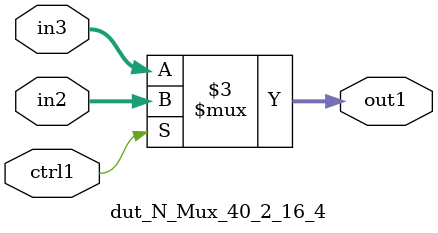
<source format=v>

`timescale 1ps / 1ps


module dut_N_Mux_40_2_16_4( in3, in2, ctrl1, out1 );

    input [39:0] in3;
    input [39:0] in2;
    input ctrl1;
    output [39:0] out1;
    reg [39:0] out1;

    
    // rtl_process:dut_N_Mux_40_2_16_4/dut_N_Mux_40_2_16_4_thread_1
    always @*
      begin : dut_N_Mux_40_2_16_4_thread_1
        case (ctrl1) 
          1'b1: 
            begin
              out1 = in2;
            end
          default: 
            begin
              out1 = in3;
            end
        endcase
      end

endmodule



</source>
